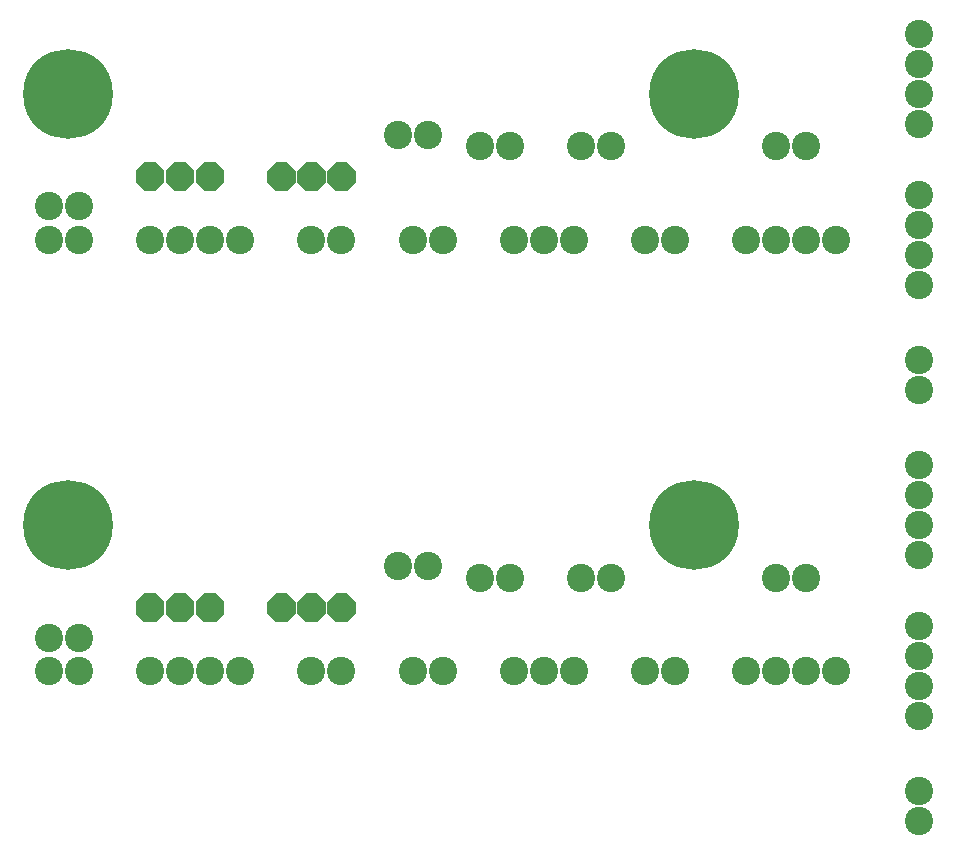
<source format=gbr>
%FSLAX34Y34*%
%MOMM*%
%LNSOLDERMASK_BOTTOM*%
G71*
G01*
%ADD10C, 7.60*%
%ADD11C, 2.40*%
%ADD12C, 2.40*%
%LPD*%
X60325Y908050D02*
G54D10*
D03*
X590550Y908050D02*
G54D10*
D03*
X781050Y958850D02*
G54D11*
D03*
X781050Y933450D02*
G54D11*
D03*
X781050Y908050D02*
G54D11*
D03*
X781050Y882650D02*
G54D11*
D03*
X781050Y822325D02*
G54D11*
D03*
X781050Y796925D02*
G54D11*
D03*
X781050Y771525D02*
G54D11*
D03*
X781050Y746125D02*
G54D11*
D03*
X781050Y682625D02*
G54D11*
D03*
X781050Y657225D02*
G54D11*
D03*
X711200Y784225D02*
G54D11*
D03*
X685800Y784225D02*
G54D11*
D03*
X660400Y784225D02*
G54D11*
D03*
X635000Y784225D02*
G54D11*
D03*
X574675Y784225D02*
G54D11*
D03*
X549275Y784225D02*
G54D11*
D03*
X377825Y784225D02*
G54D11*
D03*
X352425Y784225D02*
G54D11*
D03*
X660400Y863600D02*
G54D11*
D03*
X685800Y863600D02*
G54D11*
D03*
X488950Y784225D02*
G54D11*
D03*
X463550Y784225D02*
G54D11*
D03*
X438150Y784225D02*
G54D11*
D03*
G36*
X118175Y843180D02*
X125195Y850200D01*
X135155Y850200D01*
X142175Y843180D01*
X142175Y833220D01*
X135155Y826200D01*
X125195Y826200D01*
X118175Y833220D01*
X118175Y843180D01*
G37*
G36*
X143575Y843180D02*
X150595Y850200D01*
X160555Y850200D01*
X167575Y843180D01*
X167575Y833220D01*
X160555Y826200D01*
X150595Y826200D01*
X143575Y833220D01*
X143575Y843180D01*
G37*
G36*
X168975Y843180D02*
X175995Y850200D01*
X185955Y850200D01*
X192975Y843180D01*
X192975Y833220D01*
X185955Y826200D01*
X175995Y826200D01*
X168975Y833220D01*
X168975Y843180D01*
G37*
G36*
X143575Y843180D02*
X150595Y850200D01*
X160555Y850200D01*
X167575Y843180D01*
X167575Y833220D01*
X160555Y826200D01*
X150595Y826200D01*
X143575Y833220D01*
X143575Y843180D01*
G37*
X495300Y863600D02*
G54D11*
D03*
X520700Y863600D02*
G54D11*
D03*
G36*
X229300Y843180D02*
X236320Y850200D01*
X246280Y850200D01*
X253300Y843180D01*
X253300Y833220D01*
X246280Y826200D01*
X236320Y826200D01*
X229300Y833220D01*
X229300Y843180D01*
G37*
G36*
X254700Y843180D02*
X261720Y850200D01*
X271680Y850200D01*
X278700Y843180D01*
X278700Y833220D01*
X271680Y826200D01*
X261720Y826200D01*
X254700Y833220D01*
X254700Y843180D01*
G37*
G36*
X280100Y843180D02*
X287120Y850200D01*
X297080Y850200D01*
X304100Y843180D01*
X304100Y833220D01*
X297080Y826200D01*
X287120Y826200D01*
X280100Y833220D01*
X280100Y843180D01*
G37*
G36*
X254700Y843180D02*
X261720Y850200D01*
X271680Y850200D01*
X278700Y843180D01*
X278700Y833220D01*
X271680Y826200D01*
X261720Y826200D01*
X254700Y833220D01*
X254700Y843180D01*
G37*
X206375Y784225D02*
G54D11*
D03*
X180975Y784225D02*
G54D11*
D03*
X155575Y784225D02*
G54D11*
D03*
X130175Y784225D02*
G54D11*
D03*
X292100Y784225D02*
G54D11*
D03*
X266700Y784225D02*
G54D11*
D03*
X69850Y784225D02*
G54D11*
D03*
X44450Y784225D02*
G54D11*
D03*
X409575Y863600D02*
G54D11*
D03*
X434975Y863600D02*
G54D11*
D03*
X206380Y784230D02*
G54D12*
D03*
X266705Y784230D02*
G54D12*
D03*
X438155Y784230D02*
G54D12*
D03*
X434980Y863605D02*
G54D12*
D03*
X520705Y863605D02*
G54D12*
D03*
X339725Y873125D02*
G54D12*
D03*
X365130Y873130D02*
G54D12*
D03*
X69850Y812800D02*
G54D12*
D03*
X44450Y812800D02*
G54D12*
D03*
X60325Y542925D02*
G54D10*
D03*
X590550Y542925D02*
G54D10*
D03*
X781050Y593725D02*
G54D11*
D03*
X781050Y568325D02*
G54D11*
D03*
X781050Y542925D02*
G54D11*
D03*
X781050Y517525D02*
G54D11*
D03*
X781050Y457200D02*
G54D11*
D03*
X781050Y431800D02*
G54D11*
D03*
X781050Y406400D02*
G54D11*
D03*
X781050Y381000D02*
G54D11*
D03*
X781050Y317500D02*
G54D11*
D03*
X781050Y292100D02*
G54D11*
D03*
X711200Y419100D02*
G54D11*
D03*
X685800Y419100D02*
G54D11*
D03*
X660400Y419100D02*
G54D11*
D03*
X635000Y419100D02*
G54D11*
D03*
X574675Y419100D02*
G54D11*
D03*
X549275Y419100D02*
G54D11*
D03*
X377825Y419100D02*
G54D11*
D03*
X352425Y419100D02*
G54D11*
D03*
X660400Y498475D02*
G54D11*
D03*
X685800Y498475D02*
G54D11*
D03*
X488950Y419100D02*
G54D11*
D03*
X463550Y419100D02*
G54D11*
D03*
X438150Y419100D02*
G54D11*
D03*
G36*
X118175Y478055D02*
X125195Y485075D01*
X135155Y485075D01*
X142175Y478055D01*
X142175Y468095D01*
X135155Y461075D01*
X125195Y461075D01*
X118175Y468095D01*
X118175Y478055D01*
G37*
G36*
X143575Y478055D02*
X150595Y485075D01*
X160555Y485075D01*
X167575Y478055D01*
X167575Y468095D01*
X160555Y461075D01*
X150595Y461075D01*
X143575Y468095D01*
X143575Y478055D01*
G37*
G36*
X168975Y478055D02*
X175995Y485075D01*
X185955Y485075D01*
X192975Y478055D01*
X192975Y468095D01*
X185955Y461075D01*
X175995Y461075D01*
X168975Y468095D01*
X168975Y478055D01*
G37*
G36*
X143575Y478055D02*
X150595Y485075D01*
X160555Y485075D01*
X167575Y478055D01*
X167575Y468095D01*
X160555Y461075D01*
X150595Y461075D01*
X143575Y468095D01*
X143575Y478055D01*
G37*
X495300Y498475D02*
G54D11*
D03*
X520700Y498475D02*
G54D11*
D03*
G36*
X229300Y478055D02*
X236320Y485075D01*
X246280Y485075D01*
X253300Y478055D01*
X253300Y468095D01*
X246280Y461075D01*
X236320Y461075D01*
X229300Y468095D01*
X229300Y478055D01*
G37*
G36*
X254700Y478055D02*
X261720Y485075D01*
X271680Y485075D01*
X278700Y478055D01*
X278700Y468095D01*
X271680Y461075D01*
X261720Y461075D01*
X254700Y468095D01*
X254700Y478055D01*
G37*
G36*
X280100Y478055D02*
X287120Y485075D01*
X297080Y485075D01*
X304100Y478055D01*
X304100Y468095D01*
X297080Y461075D01*
X287120Y461075D01*
X280100Y468095D01*
X280100Y478055D01*
G37*
G36*
X254700Y478055D02*
X261720Y485075D01*
X271680Y485075D01*
X278700Y478055D01*
X278700Y468095D01*
X271680Y461075D01*
X261720Y461075D01*
X254700Y468095D01*
X254700Y478055D01*
G37*
X206375Y419100D02*
G54D11*
D03*
X180975Y419100D02*
G54D11*
D03*
X155575Y419100D02*
G54D11*
D03*
X130175Y419100D02*
G54D11*
D03*
X292100Y419100D02*
G54D11*
D03*
X266700Y419100D02*
G54D11*
D03*
X69850Y419100D02*
G54D11*
D03*
X44450Y419100D02*
G54D11*
D03*
X409575Y498475D02*
G54D11*
D03*
X434975Y498475D02*
G54D11*
D03*
X206380Y419105D02*
G54D12*
D03*
X266705Y419105D02*
G54D12*
D03*
X438155Y419105D02*
G54D12*
D03*
X434980Y498480D02*
G54D12*
D03*
X520705Y498480D02*
G54D12*
D03*
X339725Y508000D02*
G54D12*
D03*
X365130Y508005D02*
G54D12*
D03*
X69850Y447675D02*
G54D12*
D03*
X44450Y447675D02*
G54D12*
D03*
M02*

</source>
